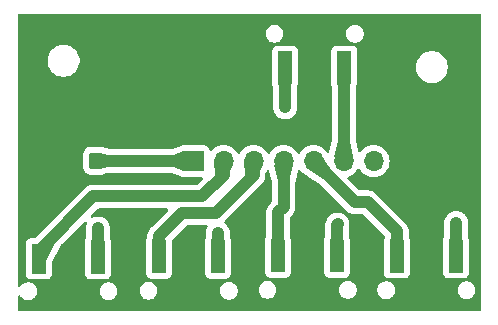
<source format=gbr>
%TF.GenerationSoftware,KiCad,Pcbnew,8.0.5*%
%TF.CreationDate,2024-11-11T00:13:19-08:00*%
%TF.ProjectId,Switch Lock,53776974-6368-4204-9c6f-636b2e6b6963,rev?*%
%TF.SameCoordinates,Original*%
%TF.FileFunction,Copper,L1,Top*%
%TF.FilePolarity,Positive*%
%FSLAX46Y46*%
G04 Gerber Fmt 4.6, Leading zero omitted, Abs format (unit mm)*
G04 Created by KiCad (PCBNEW 8.0.5) date 2024-11-11 00:13:19*
%MOMM*%
%LPD*%
G01*
G04 APERTURE LIST*
G04 Aperture macros list*
%AMRoundRect*
0 Rectangle with rounded corners*
0 $1 Rounding radius*
0 $2 $3 $4 $5 $6 $7 $8 $9 X,Y pos of 4 corners*
0 Add a 4 corners polygon primitive as box body*
4,1,4,$2,$3,$4,$5,$6,$7,$8,$9,$2,$3,0*
0 Add four circle primitives for the rounded corners*
1,1,$1+$1,$2,$3*
1,1,$1+$1,$4,$5*
1,1,$1+$1,$6,$7*
1,1,$1+$1,$8,$9*
0 Add four rect primitives between the rounded corners*
20,1,$1+$1,$2,$3,$4,$5,0*
20,1,$1+$1,$4,$5,$6,$7,0*
20,1,$1+$1,$6,$7,$8,$9,0*
20,1,$1+$1,$8,$9,$2,$3,0*%
G04 Aperture macros list end*
%TA.AperFunction,SMDPad,CuDef*%
%ADD10RoundRect,0.250000X-0.350000X-0.450000X0.350000X-0.450000X0.350000X0.450000X-0.350000X0.450000X0*%
%TD*%
%TA.AperFunction,SMDPad,CuDef*%
%ADD11R,1.200000X2.500000*%
%TD*%
%TA.AperFunction,ComponentPad*%
%ADD12R,1.700000X1.700000*%
%TD*%
%TA.AperFunction,ComponentPad*%
%ADD13O,1.700000X1.700000*%
%TD*%
%TA.AperFunction,ViaPad*%
%ADD14C,1.000000*%
%TD*%
%TA.AperFunction,Conductor*%
%ADD15C,1.000000*%
%TD*%
G04 APERTURE END LIST*
D10*
%TO.P,R1,1*%
%TO.N,/3.3v*%
X97210000Y-68690000D03*
%TO.P,R1,2*%
%TO.N,Net-(J2-Pin_1)*%
X99210000Y-68690000D03*
%TD*%
D11*
%TO.P,Status1,1*%
%TO.N,Net-(J2-Pin_6)*%
X120250000Y-60681750D03*
%TO.P,Status1,2*%
%TO.N,/3.3v*%
X117750000Y-60681750D03*
%TO.P,Status1,3*%
%TO.N,GND*%
X115250000Y-60681750D03*
%TD*%
%TO.P,S2,1*%
%TO.N,Net-(J2-Pin_3)*%
X104570000Y-76940000D03*
%TO.P,S2,2*%
%TO.N,/3.3v*%
X107070000Y-76940000D03*
%TO.P,S2,3*%
%TO.N,GND*%
X109570000Y-76940000D03*
%TD*%
%TO.P,S1,1*%
%TO.N,Net-(J2-Pin_2)*%
X94390000Y-76978250D03*
%TO.P,S1,2*%
%TO.N,/3.3v*%
X96890000Y-76978250D03*
%TO.P,S1,3*%
%TO.N,GND*%
X99390000Y-76978250D03*
%TD*%
%TO.P,S4,1*%
%TO.N,Net-(J2-Pin_5)*%
X124700000Y-76888250D03*
%TO.P,S4,2*%
%TO.N,/3.3v*%
X127200000Y-76888250D03*
%TO.P,S4,3*%
%TO.N,GND*%
X129700000Y-76888250D03*
%TD*%
D12*
%TO.P,J2,1,Pin_1*%
%TO.N,Net-(J2-Pin_1)*%
X107490000Y-68720000D03*
D13*
%TO.P,J2,2,Pin_2*%
%TO.N,Net-(J2-Pin_2)*%
X110030000Y-68720000D03*
%TO.P,J2,3,Pin_3*%
%TO.N,Net-(J2-Pin_3)*%
X112570000Y-68720000D03*
%TO.P,J2,4,Pin_4*%
%TO.N,Net-(J2-Pin_4)*%
X115110000Y-68720000D03*
%TO.P,J2,5,Pin_5*%
%TO.N,Net-(J2-Pin_5)*%
X117650000Y-68720000D03*
%TO.P,J2,6,Pin_6*%
%TO.N,Net-(J2-Pin_6)*%
X120190000Y-68720000D03*
%TO.P,J2,7,Pin_7*%
%TO.N,GND*%
X122730000Y-68720000D03*
%TD*%
D11*
%TO.P,S3,1*%
%TO.N,Net-(J2-Pin_4)*%
X114650000Y-76870000D03*
%TO.P,S3,2*%
%TO.N,/3.3v*%
X117150000Y-76870000D03*
%TO.P,S3,3*%
%TO.N,GND*%
X119650000Y-76870000D03*
%TD*%
D14*
%TO.N,GND*%
X115240000Y-64180000D03*
X129730000Y-73950000D03*
X119690000Y-74080000D03*
X109540000Y-74790000D03*
X99400000Y-74410000D03*
%TD*%
D15*
%TO.N,GND*%
X115250000Y-64170000D02*
X115240000Y-64180000D01*
X115250000Y-60681750D02*
X115250000Y-64170000D01*
X129700000Y-73980000D02*
X129730000Y-73950000D01*
X129700000Y-76888250D02*
X129700000Y-73980000D01*
X119650000Y-74120000D02*
X119690000Y-74080000D01*
X119650000Y-76870000D02*
X119650000Y-74120000D01*
X109570000Y-74820000D02*
X109540000Y-74790000D01*
X109570000Y-76940000D02*
X109570000Y-74820000D01*
X99390000Y-74420000D02*
X99400000Y-74410000D01*
X99390000Y-76978250D02*
X99390000Y-74420000D01*
%TO.N,Net-(J2-Pin_1)*%
X99210000Y-68690000D02*
X107460000Y-68690000D01*
X107460000Y-68690000D02*
X107490000Y-68720000D01*
%TO.N,Net-(J2-Pin_2)*%
X110030000Y-69922081D02*
X108242081Y-71710000D01*
X110030000Y-68720000D02*
X110030000Y-69922081D01*
X99008250Y-71710000D02*
X94390000Y-76328250D01*
X94390000Y-76328250D02*
X94390000Y-76978250D01*
X108242081Y-71710000D02*
X99008250Y-71710000D01*
%TO.N,Net-(J2-Pin_6)*%
X120250000Y-60681750D02*
X120250000Y-68660000D01*
X120250000Y-68660000D02*
X120190000Y-68720000D01*
%TO.N,Net-(J2-Pin_4)*%
X115110000Y-72590000D02*
X114650000Y-73050000D01*
X114650000Y-73050000D02*
X114650000Y-76870000D01*
X115110000Y-68720000D02*
X115110000Y-72590000D01*
%TO.N,Net-(J2-Pin_5)*%
X122250000Y-72200000D02*
X124700000Y-74650000D01*
X124700000Y-74650000D02*
X124700000Y-76888250D01*
X121130000Y-72200000D02*
X117650000Y-68720000D01*
X122250000Y-72200000D02*
X121130000Y-72200000D01*
%TO.N,Net-(J2-Pin_3)*%
X106530000Y-73110000D02*
X104570000Y-75070000D01*
X112570000Y-69922081D02*
X109382081Y-73110000D01*
X112570000Y-68720000D02*
X112570000Y-69922081D01*
X104570000Y-75070000D02*
X104570000Y-76940000D01*
X109382081Y-73110000D02*
X106530000Y-73110000D01*
%TD*%
%TA.AperFunction,Conductor*%
%TO.N,/3.3v*%
G36*
X131752539Y-56250185D02*
G01*
X131798294Y-56302989D01*
X131809500Y-56354500D01*
X131809500Y-81315500D01*
X131789815Y-81382539D01*
X131737011Y-81428294D01*
X131685500Y-81439500D01*
X92734500Y-81439500D01*
X92667461Y-81419815D01*
X92621706Y-81367011D01*
X92610500Y-81315500D01*
X92610500Y-80171622D01*
X92630185Y-80104583D01*
X92682989Y-80058828D01*
X92752147Y-80048884D01*
X92815703Y-80077909D01*
X92837602Y-80102732D01*
X92907045Y-80206661D01*
X92907051Y-80206669D01*
X93011580Y-80311198D01*
X93011584Y-80311201D01*
X93134498Y-80393330D01*
X93134511Y-80393337D01*
X93248374Y-80440500D01*
X93271087Y-80449908D01*
X93271091Y-80449908D01*
X93271092Y-80449909D01*
X93416079Y-80478750D01*
X93416082Y-80478750D01*
X93563920Y-80478750D01*
X93661462Y-80459346D01*
X93708913Y-80449908D01*
X93845495Y-80393334D01*
X93968416Y-80311201D01*
X94072951Y-80206666D01*
X94155084Y-80083745D01*
X94211658Y-79947163D01*
X94240500Y-79802170D01*
X99539499Y-79802170D01*
X99568340Y-79947157D01*
X99568343Y-79947167D01*
X99624912Y-80083738D01*
X99624919Y-80083751D01*
X99707048Y-80206665D01*
X99707051Y-80206669D01*
X99811580Y-80311198D01*
X99811584Y-80311201D01*
X99934498Y-80393330D01*
X99934511Y-80393337D01*
X100048374Y-80440500D01*
X100071087Y-80449908D01*
X100071091Y-80449908D01*
X100071092Y-80449909D01*
X100216079Y-80478750D01*
X100216082Y-80478750D01*
X100363920Y-80478750D01*
X100461462Y-80459346D01*
X100508913Y-80449908D01*
X100645495Y-80393334D01*
X100768416Y-80311201D01*
X100872951Y-80206666D01*
X100955084Y-80083745D01*
X101011658Y-79947163D01*
X101040500Y-79802168D01*
X101040500Y-79763920D01*
X102919499Y-79763920D01*
X102948340Y-79908907D01*
X102948343Y-79908917D01*
X103004912Y-80045488D01*
X103004919Y-80045501D01*
X103087048Y-80168415D01*
X103087051Y-80168419D01*
X103191580Y-80272948D01*
X103191584Y-80272951D01*
X103314498Y-80355080D01*
X103314511Y-80355087D01*
X103406856Y-80393337D01*
X103451087Y-80411658D01*
X103451091Y-80411658D01*
X103451092Y-80411659D01*
X103596079Y-80440500D01*
X103596082Y-80440500D01*
X103743920Y-80440500D01*
X103841462Y-80421096D01*
X103888913Y-80411658D01*
X103994547Y-80367902D01*
X104025488Y-80355087D01*
X104025488Y-80355086D01*
X104025495Y-80355084D01*
X104148416Y-80272951D01*
X104252951Y-80168416D01*
X104335084Y-80045495D01*
X104391658Y-79908913D01*
X104401953Y-79857157D01*
X104420500Y-79763920D01*
X109719499Y-79763920D01*
X109748340Y-79908907D01*
X109748343Y-79908917D01*
X109804912Y-80045488D01*
X109804919Y-80045501D01*
X109887048Y-80168415D01*
X109887051Y-80168419D01*
X109991580Y-80272948D01*
X109991584Y-80272951D01*
X110114498Y-80355080D01*
X110114511Y-80355087D01*
X110206856Y-80393337D01*
X110251087Y-80411658D01*
X110251091Y-80411658D01*
X110251092Y-80411659D01*
X110396079Y-80440500D01*
X110396082Y-80440500D01*
X110543920Y-80440500D01*
X110641462Y-80421096D01*
X110688913Y-80411658D01*
X110794547Y-80367902D01*
X110825488Y-80355087D01*
X110825488Y-80355086D01*
X110825495Y-80355084D01*
X110948416Y-80272951D01*
X111052951Y-80168416D01*
X111135084Y-80045495D01*
X111191658Y-79908913D01*
X111201953Y-79857157D01*
X111220500Y-79763920D01*
X111220500Y-79693920D01*
X112999499Y-79693920D01*
X113028340Y-79838907D01*
X113028343Y-79838917D01*
X113084912Y-79975488D01*
X113084919Y-79975501D01*
X113167048Y-80098415D01*
X113167051Y-80098419D01*
X113271580Y-80202948D01*
X113271584Y-80202951D01*
X113394498Y-80285080D01*
X113394511Y-80285087D01*
X113531082Y-80341656D01*
X113531087Y-80341658D01*
X113531091Y-80341658D01*
X113531092Y-80341659D01*
X113676079Y-80370500D01*
X113676082Y-80370500D01*
X113823920Y-80370500D01*
X113921462Y-80351096D01*
X113968913Y-80341658D01*
X114105495Y-80285084D01*
X114228416Y-80202951D01*
X114332951Y-80098416D01*
X114415084Y-79975495D01*
X114471658Y-79838913D01*
X114481096Y-79791462D01*
X114500500Y-79693920D01*
X119799499Y-79693920D01*
X119828340Y-79838907D01*
X119828343Y-79838917D01*
X119884912Y-79975488D01*
X119884919Y-79975501D01*
X119967048Y-80098415D01*
X119967051Y-80098419D01*
X120071580Y-80202948D01*
X120071584Y-80202951D01*
X120194498Y-80285080D01*
X120194511Y-80285087D01*
X120331082Y-80341656D01*
X120331087Y-80341658D01*
X120331091Y-80341658D01*
X120331092Y-80341659D01*
X120476079Y-80370500D01*
X120476082Y-80370500D01*
X120623920Y-80370500D01*
X120721462Y-80351096D01*
X120768913Y-80341658D01*
X120905495Y-80285084D01*
X121028416Y-80202951D01*
X121132951Y-80098416D01*
X121215084Y-79975495D01*
X121271658Y-79838913D01*
X121281096Y-79791462D01*
X121296870Y-79712170D01*
X123049499Y-79712170D01*
X123078340Y-79857157D01*
X123078343Y-79857167D01*
X123134912Y-79993738D01*
X123134919Y-79993751D01*
X123217048Y-80116665D01*
X123217051Y-80116669D01*
X123321580Y-80221198D01*
X123321584Y-80221201D01*
X123444498Y-80303330D01*
X123444511Y-80303337D01*
X123569431Y-80355080D01*
X123581087Y-80359908D01*
X123581091Y-80359908D01*
X123581092Y-80359909D01*
X123726079Y-80388750D01*
X123726082Y-80388750D01*
X123873920Y-80388750D01*
X123971462Y-80369346D01*
X124018913Y-80359908D01*
X124155495Y-80303334D01*
X124278416Y-80221201D01*
X124382951Y-80116666D01*
X124465084Y-79993745D01*
X124521658Y-79857163D01*
X124550500Y-79712170D01*
X129849499Y-79712170D01*
X129878340Y-79857157D01*
X129878343Y-79857167D01*
X129934912Y-79993738D01*
X129934919Y-79993751D01*
X130017048Y-80116665D01*
X130017051Y-80116669D01*
X130121580Y-80221198D01*
X130121584Y-80221201D01*
X130244498Y-80303330D01*
X130244511Y-80303337D01*
X130369431Y-80355080D01*
X130381087Y-80359908D01*
X130381091Y-80359908D01*
X130381092Y-80359909D01*
X130526079Y-80388750D01*
X130526082Y-80388750D01*
X130673920Y-80388750D01*
X130771462Y-80369346D01*
X130818913Y-80359908D01*
X130955495Y-80303334D01*
X131078416Y-80221201D01*
X131182951Y-80116666D01*
X131265084Y-79993745D01*
X131321658Y-79857163D01*
X131350500Y-79712168D01*
X131350500Y-79564332D01*
X131350500Y-79564329D01*
X131321659Y-79419342D01*
X131321658Y-79419341D01*
X131321658Y-79419337D01*
X131302360Y-79372748D01*
X131265087Y-79282761D01*
X131265080Y-79282748D01*
X131182951Y-79159834D01*
X131182948Y-79159830D01*
X131078419Y-79055301D01*
X131078415Y-79055298D01*
X130955501Y-78973169D01*
X130955488Y-78973162D01*
X130818917Y-78916593D01*
X130818907Y-78916590D01*
X130673920Y-78887750D01*
X130673918Y-78887750D01*
X130526082Y-78887750D01*
X130526080Y-78887750D01*
X130381092Y-78916590D01*
X130381082Y-78916593D01*
X130244511Y-78973162D01*
X130244498Y-78973169D01*
X130121584Y-79055298D01*
X130121580Y-79055301D01*
X130017051Y-79159830D01*
X130017048Y-79159834D01*
X129934919Y-79282748D01*
X129934912Y-79282761D01*
X129878343Y-79419332D01*
X129878340Y-79419342D01*
X129849500Y-79564329D01*
X129849500Y-79564332D01*
X129849500Y-79712168D01*
X129849500Y-79712170D01*
X129849499Y-79712170D01*
X124550500Y-79712170D01*
X124550500Y-79712168D01*
X124550500Y-79564332D01*
X124550500Y-79564329D01*
X124521659Y-79419342D01*
X124521658Y-79419341D01*
X124521658Y-79419337D01*
X124502360Y-79372748D01*
X124465087Y-79282761D01*
X124465080Y-79282748D01*
X124382951Y-79159834D01*
X124382948Y-79159830D01*
X124278419Y-79055301D01*
X124278415Y-79055298D01*
X124155501Y-78973169D01*
X124155488Y-78973162D01*
X124018917Y-78916593D01*
X124018907Y-78916590D01*
X123873920Y-78887750D01*
X123873918Y-78887750D01*
X123726082Y-78887750D01*
X123726080Y-78887750D01*
X123581092Y-78916590D01*
X123581082Y-78916593D01*
X123444511Y-78973162D01*
X123444498Y-78973169D01*
X123321584Y-79055298D01*
X123321580Y-79055301D01*
X123217051Y-79159830D01*
X123217048Y-79159834D01*
X123134919Y-79282748D01*
X123134912Y-79282761D01*
X123078343Y-79419332D01*
X123078340Y-79419342D01*
X123049500Y-79564329D01*
X123049500Y-79564332D01*
X123049500Y-79712168D01*
X123049500Y-79712170D01*
X123049499Y-79712170D01*
X121296870Y-79712170D01*
X121300500Y-79693920D01*
X121300500Y-79546079D01*
X121271659Y-79401092D01*
X121271658Y-79401091D01*
X121271658Y-79401087D01*
X121252058Y-79353768D01*
X121215087Y-79264511D01*
X121215080Y-79264498D01*
X121132951Y-79141584D01*
X121132948Y-79141580D01*
X121028419Y-79037051D01*
X121028415Y-79037048D01*
X120905501Y-78954919D01*
X120905488Y-78954912D01*
X120768917Y-78898343D01*
X120768907Y-78898340D01*
X120623920Y-78869500D01*
X120623918Y-78869500D01*
X120476082Y-78869500D01*
X120476080Y-78869500D01*
X120331092Y-78898340D01*
X120331082Y-78898343D01*
X120194511Y-78954912D01*
X120194498Y-78954919D01*
X120071584Y-79037048D01*
X120071580Y-79037051D01*
X119967051Y-79141580D01*
X119967048Y-79141584D01*
X119884919Y-79264498D01*
X119884912Y-79264511D01*
X119828343Y-79401082D01*
X119828340Y-79401092D01*
X119799500Y-79546079D01*
X119799500Y-79546082D01*
X119799500Y-79693918D01*
X119799500Y-79693920D01*
X119799499Y-79693920D01*
X114500500Y-79693920D01*
X114500500Y-79546079D01*
X114471659Y-79401092D01*
X114471658Y-79401091D01*
X114471658Y-79401087D01*
X114452058Y-79353768D01*
X114415087Y-79264511D01*
X114415080Y-79264498D01*
X114332951Y-79141584D01*
X114332948Y-79141580D01*
X114228419Y-79037051D01*
X114228415Y-79037048D01*
X114105501Y-78954919D01*
X114105488Y-78954912D01*
X113968917Y-78898343D01*
X113968907Y-78898340D01*
X113823920Y-78869500D01*
X113823918Y-78869500D01*
X113676082Y-78869500D01*
X113676080Y-78869500D01*
X113531092Y-78898340D01*
X113531082Y-78898343D01*
X113394511Y-78954912D01*
X113394498Y-78954919D01*
X113271584Y-79037048D01*
X113271580Y-79037051D01*
X113167051Y-79141580D01*
X113167048Y-79141584D01*
X113084919Y-79264498D01*
X113084912Y-79264511D01*
X113028343Y-79401082D01*
X113028340Y-79401092D01*
X112999500Y-79546079D01*
X112999500Y-79546082D01*
X112999500Y-79693918D01*
X112999500Y-79693920D01*
X112999499Y-79693920D01*
X111220500Y-79693920D01*
X111220500Y-79616079D01*
X111191659Y-79471092D01*
X111191658Y-79471091D01*
X111191658Y-79471087D01*
X111170225Y-79419342D01*
X111135087Y-79334511D01*
X111135080Y-79334498D01*
X111052951Y-79211584D01*
X111052948Y-79211580D01*
X110948419Y-79107051D01*
X110948415Y-79107048D01*
X110825501Y-79024919D01*
X110825488Y-79024912D01*
X110688917Y-78968343D01*
X110688907Y-78968340D01*
X110543920Y-78939500D01*
X110543918Y-78939500D01*
X110396082Y-78939500D01*
X110396080Y-78939500D01*
X110251092Y-78968340D01*
X110251082Y-78968343D01*
X110114511Y-79024912D01*
X110114498Y-79024919D01*
X109991584Y-79107048D01*
X109991580Y-79107051D01*
X109887051Y-79211580D01*
X109887048Y-79211584D01*
X109804919Y-79334498D01*
X109804912Y-79334511D01*
X109748343Y-79471082D01*
X109748340Y-79471092D01*
X109719500Y-79616079D01*
X109719500Y-79616082D01*
X109719500Y-79763918D01*
X109719500Y-79763920D01*
X109719499Y-79763920D01*
X104420500Y-79763920D01*
X104420500Y-79616079D01*
X104391659Y-79471092D01*
X104391658Y-79471091D01*
X104391658Y-79471087D01*
X104370225Y-79419342D01*
X104335087Y-79334511D01*
X104335080Y-79334498D01*
X104252951Y-79211584D01*
X104252948Y-79211580D01*
X104148419Y-79107051D01*
X104148415Y-79107048D01*
X104025501Y-79024919D01*
X104025488Y-79024912D01*
X103888917Y-78968343D01*
X103888907Y-78968340D01*
X103743920Y-78939500D01*
X103743918Y-78939500D01*
X103596082Y-78939500D01*
X103596080Y-78939500D01*
X103451092Y-78968340D01*
X103451082Y-78968343D01*
X103314511Y-79024912D01*
X103314498Y-79024919D01*
X103191584Y-79107048D01*
X103191580Y-79107051D01*
X103087051Y-79211580D01*
X103087048Y-79211584D01*
X103004919Y-79334498D01*
X103004912Y-79334511D01*
X102948343Y-79471082D01*
X102948340Y-79471092D01*
X102919500Y-79616079D01*
X102919500Y-79616082D01*
X102919500Y-79763918D01*
X102919500Y-79763920D01*
X102919499Y-79763920D01*
X101040500Y-79763920D01*
X101040500Y-79654332D01*
X101040500Y-79654329D01*
X101011659Y-79509342D01*
X101011658Y-79509341D01*
X101011658Y-79509337D01*
X101011656Y-79509332D01*
X100955087Y-79372761D01*
X100955080Y-79372748D01*
X100872951Y-79249834D01*
X100872948Y-79249830D01*
X100768419Y-79145301D01*
X100768415Y-79145298D01*
X100645501Y-79063169D01*
X100645488Y-79063162D01*
X100508917Y-79006593D01*
X100508907Y-79006590D01*
X100363920Y-78977750D01*
X100363918Y-78977750D01*
X100216082Y-78977750D01*
X100216080Y-78977750D01*
X100071092Y-79006590D01*
X100071082Y-79006593D01*
X99934511Y-79063162D01*
X99934498Y-79063169D01*
X99811584Y-79145298D01*
X99811580Y-79145301D01*
X99707051Y-79249830D01*
X99707048Y-79249834D01*
X99624919Y-79372748D01*
X99624912Y-79372761D01*
X99568343Y-79509332D01*
X99568340Y-79509342D01*
X99539500Y-79654329D01*
X99539500Y-79654332D01*
X99539500Y-79802168D01*
X99539500Y-79802170D01*
X99539499Y-79802170D01*
X94240500Y-79802170D01*
X94240500Y-79802168D01*
X94240500Y-79654332D01*
X94240500Y-79654329D01*
X94211659Y-79509342D01*
X94211658Y-79509341D01*
X94211658Y-79509337D01*
X94211656Y-79509332D01*
X94155087Y-79372761D01*
X94155080Y-79372748D01*
X94072951Y-79249834D01*
X94072948Y-79249830D01*
X93968419Y-79145301D01*
X93968415Y-79145298D01*
X93845501Y-79063169D01*
X93845488Y-79063162D01*
X93708917Y-79006593D01*
X93708907Y-79006590D01*
X93563920Y-78977750D01*
X93563918Y-78977750D01*
X93416082Y-78977750D01*
X93416080Y-78977750D01*
X93271092Y-79006590D01*
X93271082Y-79006593D01*
X93134511Y-79063162D01*
X93134498Y-79063169D01*
X93011584Y-79145298D01*
X93011580Y-79145301D01*
X92907051Y-79249830D01*
X92907048Y-79249834D01*
X92837602Y-79353768D01*
X92783990Y-79398573D01*
X92714665Y-79407280D01*
X92651637Y-79377126D01*
X92614918Y-79317682D01*
X92610500Y-79284877D01*
X92610500Y-75680385D01*
X93289500Y-75680385D01*
X93289500Y-78276120D01*
X93289501Y-78276126D01*
X93295908Y-78335733D01*
X93346202Y-78470578D01*
X93346206Y-78470585D01*
X93432452Y-78585794D01*
X93432455Y-78585797D01*
X93547664Y-78672043D01*
X93547671Y-78672047D01*
X93682517Y-78722341D01*
X93682516Y-78722341D01*
X93689444Y-78723085D01*
X93742127Y-78728750D01*
X95037872Y-78728749D01*
X95097483Y-78722341D01*
X95232331Y-78672046D01*
X95347546Y-78585796D01*
X95433796Y-78470581D01*
X95484091Y-78335733D01*
X95490500Y-78276123D01*
X95490499Y-77310870D01*
X95504587Y-77253466D01*
X96178964Y-75962247D01*
X96201190Y-75931978D01*
X98286215Y-73846954D01*
X98347535Y-73813471D01*
X98417227Y-73818455D01*
X98473160Y-73860327D01*
X98497577Y-73925791D01*
X98488455Y-73982088D01*
X98470569Y-74025271D01*
X98470568Y-74025273D01*
X98427950Y-74128161D01*
X98427947Y-74128171D01*
X98417928Y-74178541D01*
X98417928Y-74178542D01*
X98389500Y-74321456D01*
X98389500Y-75046147D01*
X98387813Y-75066532D01*
X98291984Y-75641503D01*
X98290376Y-75651801D01*
X98290352Y-75666016D01*
X98289643Y-75679043D01*
X98289500Y-75680367D01*
X98289500Y-78276120D01*
X98289501Y-78276126D01*
X98295908Y-78335733D01*
X98346202Y-78470578D01*
X98346206Y-78470585D01*
X98432452Y-78585794D01*
X98432455Y-78585797D01*
X98547664Y-78672043D01*
X98547671Y-78672047D01*
X98682517Y-78722341D01*
X98682516Y-78722341D01*
X98689444Y-78723085D01*
X98742127Y-78728750D01*
X100037872Y-78728749D01*
X100097483Y-78722341D01*
X100232331Y-78672046D01*
X100347546Y-78585796D01*
X100433796Y-78470581D01*
X100484091Y-78335733D01*
X100490500Y-78276123D01*
X100490499Y-75799009D01*
X100491083Y-75790088D01*
X100490971Y-75790082D01*
X100491226Y-75785361D01*
X100491229Y-75785343D01*
X100490530Y-75754068D01*
X100490499Y-75751298D01*
X100490499Y-75680385D01*
X100490499Y-75680378D01*
X100489018Y-75666610D01*
X100488340Y-75656148D01*
X100488014Y-75641499D01*
X100392187Y-75066532D01*
X100390500Y-75046149D01*
X100390500Y-74571024D01*
X100392883Y-74546831D01*
X100400500Y-74508541D01*
X100400500Y-74465244D01*
X100401097Y-74453090D01*
X100401726Y-74446707D01*
X100405341Y-74410000D01*
X100401171Y-74367661D01*
X100401097Y-74366907D01*
X100400500Y-74354754D01*
X100400500Y-74311459D01*
X100398117Y-74299481D01*
X100392052Y-74268991D01*
X100390268Y-74256962D01*
X100386024Y-74213868D01*
X100373451Y-74172424D01*
X100370496Y-74160625D01*
X100367750Y-74146819D01*
X100362051Y-74118164D01*
X100360050Y-74113334D01*
X100345483Y-74078166D01*
X100341387Y-74066721D01*
X100328814Y-74025273D01*
X100308402Y-73987084D01*
X100303201Y-73976087D01*
X100286631Y-73936086D01*
X100262579Y-73900090D01*
X100256322Y-73889651D01*
X100251942Y-73881456D01*
X100235910Y-73851462D01*
X100222436Y-73835044D01*
X100208442Y-73817992D01*
X100201193Y-73808219D01*
X100197721Y-73803023D01*
X100177139Y-73772219D01*
X100177136Y-73772216D01*
X100177134Y-73772213D01*
X100146525Y-73741605D01*
X100138351Y-73732587D01*
X100110884Y-73699118D01*
X100097540Y-73688167D01*
X100077410Y-73671646D01*
X100068394Y-73663474D01*
X100037784Y-73632863D01*
X100037780Y-73632860D01*
X100001781Y-73608806D01*
X99992007Y-73601557D01*
X99958541Y-73574092D01*
X99958539Y-73574091D01*
X99958538Y-73574090D01*
X99920347Y-73553676D01*
X99909913Y-73547422D01*
X99873914Y-73523369D01*
X99833915Y-73506800D01*
X99822919Y-73501599D01*
X99784730Y-73481187D01*
X99784725Y-73481185D01*
X99743288Y-73468615D01*
X99731850Y-73464523D01*
X99691836Y-73447949D01*
X99691829Y-73447947D01*
X99649378Y-73439503D01*
X99637577Y-73436547D01*
X99596137Y-73423977D01*
X99596130Y-73423975D01*
X99553034Y-73419730D01*
X99541005Y-73417945D01*
X99498543Y-73409500D01*
X99498540Y-73409500D01*
X99455244Y-73409500D01*
X99443090Y-73408903D01*
X99400000Y-73404659D01*
X99356910Y-73408903D01*
X99344756Y-73409500D01*
X99301454Y-73409500D01*
X99258992Y-73417945D01*
X99246964Y-73419730D01*
X99203869Y-73423975D01*
X99203862Y-73423977D01*
X99162423Y-73436547D01*
X99150622Y-73439503D01*
X99108165Y-73447948D01*
X99108158Y-73447950D01*
X99068158Y-73464518D01*
X99056707Y-73468616D01*
X99032084Y-73476086D01*
X99015277Y-73481185D01*
X99015270Y-73481187D01*
X99015266Y-73481188D01*
X98977076Y-73501600D01*
X98966083Y-73506800D01*
X98962095Y-73508452D01*
X98892625Y-73515922D01*
X98830145Y-73484649D01*
X98794492Y-73424561D01*
X98796984Y-73354736D01*
X98826956Y-73306213D01*
X99386351Y-72746819D01*
X99447674Y-72713334D01*
X99474032Y-72710500D01*
X105215217Y-72710500D01*
X105282256Y-72730185D01*
X105328011Y-72782989D01*
X105337955Y-72852147D01*
X105308930Y-72915703D01*
X105302898Y-72922181D01*
X103932220Y-74292859D01*
X103932218Y-74292861D01*
X103895718Y-74329361D01*
X103792859Y-74432219D01*
X103683371Y-74596079D01*
X103683364Y-74596092D01*
X103643863Y-74691459D01*
X103643863Y-74691460D01*
X103607950Y-74778161D01*
X103607948Y-74778168D01*
X103603911Y-74798463D01*
X103569500Y-74971454D01*
X103569500Y-75007897D01*
X103567813Y-75028282D01*
X103471984Y-75603253D01*
X103470376Y-75613551D01*
X103470352Y-75627766D01*
X103469643Y-75640793D01*
X103469500Y-75642117D01*
X103469500Y-78237870D01*
X103469501Y-78237876D01*
X103475908Y-78297483D01*
X103526202Y-78432328D01*
X103526206Y-78432335D01*
X103612452Y-78547544D01*
X103612455Y-78547547D01*
X103727664Y-78633793D01*
X103727671Y-78633797D01*
X103862517Y-78684091D01*
X103862516Y-78684091D01*
X103869444Y-78684835D01*
X103922127Y-78690500D01*
X105217872Y-78690499D01*
X105277483Y-78684091D01*
X105412331Y-78633796D01*
X105527546Y-78547546D01*
X105613796Y-78432331D01*
X105664091Y-78297483D01*
X105670500Y-78237873D01*
X105670499Y-75760759D01*
X105671083Y-75751838D01*
X105670971Y-75751832D01*
X105671226Y-75747111D01*
X105671229Y-75747093D01*
X105670530Y-75715818D01*
X105670499Y-75713048D01*
X105670499Y-75642130D01*
X105670432Y-75641503D01*
X105669018Y-75628360D01*
X105668340Y-75617898D01*
X105668014Y-75603249D01*
X105647598Y-75480753D01*
X105655994Y-75411392D01*
X105682227Y-75372692D01*
X106908102Y-74146819D01*
X106969425Y-74113334D01*
X106995783Y-74110500D01*
X108558749Y-74110500D01*
X108625788Y-74130185D01*
X108671543Y-74182989D01*
X108681487Y-74252147D01*
X108661853Y-74303389D01*
X108653366Y-74316090D01*
X108636799Y-74356084D01*
X108631600Y-74367076D01*
X108611188Y-74405266D01*
X108611187Y-74405270D01*
X108598616Y-74446707D01*
X108594518Y-74458158D01*
X108577950Y-74498158D01*
X108577948Y-74498165D01*
X108569503Y-74540622D01*
X108566547Y-74552423D01*
X108553977Y-74593862D01*
X108553975Y-74593869D01*
X108549730Y-74636964D01*
X108547945Y-74648992D01*
X108539500Y-74691454D01*
X108539500Y-74734754D01*
X108538903Y-74746907D01*
X108534659Y-74789999D01*
X108538903Y-74833090D01*
X108539500Y-74845244D01*
X108539500Y-74888543D01*
X108547945Y-74931005D01*
X108549730Y-74943034D01*
X108553975Y-74986130D01*
X108553977Y-74986137D01*
X108559018Y-75002756D01*
X108562670Y-75059134D01*
X108471984Y-75603253D01*
X108470376Y-75613551D01*
X108470352Y-75627766D01*
X108469643Y-75640793D01*
X108469500Y-75642117D01*
X108469500Y-78237870D01*
X108469501Y-78237876D01*
X108475908Y-78297483D01*
X108526202Y-78432328D01*
X108526206Y-78432335D01*
X108612452Y-78547544D01*
X108612455Y-78547547D01*
X108727664Y-78633793D01*
X108727671Y-78633797D01*
X108862517Y-78684091D01*
X108862516Y-78684091D01*
X108869444Y-78684835D01*
X108922127Y-78690500D01*
X110217872Y-78690499D01*
X110277483Y-78684091D01*
X110412331Y-78633796D01*
X110527546Y-78547546D01*
X110613796Y-78432331D01*
X110664091Y-78297483D01*
X110670500Y-78237873D01*
X110670499Y-75760759D01*
X110671083Y-75751838D01*
X110670971Y-75751832D01*
X110671226Y-75747111D01*
X110671229Y-75747093D01*
X110670530Y-75715818D01*
X110670499Y-75713048D01*
X110670499Y-75642130D01*
X110670432Y-75641503D01*
X110669018Y-75628360D01*
X110668340Y-75617898D01*
X110668014Y-75603249D01*
X110572187Y-75028282D01*
X110570500Y-75007899D01*
X110570500Y-74721456D01*
X110553337Y-74635176D01*
X110553337Y-74635175D01*
X110536876Y-74552423D01*
X110532051Y-74528164D01*
X110505989Y-74465244D01*
X110492309Y-74432217D01*
X110456635Y-74346092D01*
X110456628Y-74346079D01*
X110347140Y-74182219D01*
X110317140Y-74152219D01*
X110286509Y-74121588D01*
X110278346Y-74112581D01*
X110250882Y-74079115D01*
X110217419Y-74051653D01*
X110208403Y-74043481D01*
X110203470Y-74038548D01*
X110203449Y-74038529D01*
X110177781Y-74012861D01*
X110177780Y-74012860D01*
X110177779Y-74012859D01*
X110141781Y-73988806D01*
X110132013Y-73981562D01*
X110124316Y-73975246D01*
X110084978Y-73917503D01*
X110083103Y-73847658D01*
X110115293Y-73791708D01*
X110159220Y-73747782D01*
X110159220Y-73747780D01*
X110169424Y-73737577D01*
X110169427Y-73737572D01*
X113347139Y-70559863D01*
X113456632Y-70395995D01*
X113532051Y-70213916D01*
X113556663Y-70090184D01*
X113570500Y-70020624D01*
X113570500Y-69778711D01*
X113583384Y-69723672D01*
X113599112Y-69691919D01*
X113681693Y-69525199D01*
X113729089Y-69473864D01*
X113796715Y-69456301D01*
X113863101Y-69478087D01*
X113907170Y-69532306D01*
X113914221Y-69555041D01*
X113991666Y-69928211D01*
X114106913Y-70483530D01*
X114109500Y-70508727D01*
X114109500Y-72124217D01*
X114089815Y-72191256D01*
X114073181Y-72211898D01*
X114012221Y-72272858D01*
X114012218Y-72272861D01*
X113942538Y-72342540D01*
X113872859Y-72412219D01*
X113763371Y-72576079D01*
X113763364Y-72576092D01*
X113687950Y-72758160D01*
X113687947Y-72758170D01*
X113649500Y-72951456D01*
X113649500Y-74937897D01*
X113647813Y-74958282D01*
X113551984Y-75533253D01*
X113550376Y-75543551D01*
X113550352Y-75557766D01*
X113549643Y-75570793D01*
X113549500Y-75572117D01*
X113549500Y-78167870D01*
X113549501Y-78167876D01*
X113555908Y-78227483D01*
X113606202Y-78362328D01*
X113606206Y-78362335D01*
X113692452Y-78477544D01*
X113692455Y-78477547D01*
X113807664Y-78563793D01*
X113807671Y-78563797D01*
X113942517Y-78614091D01*
X113942516Y-78614091D01*
X113949444Y-78614835D01*
X114002127Y-78620500D01*
X115297872Y-78620499D01*
X115357483Y-78614091D01*
X115492331Y-78563796D01*
X115607546Y-78477546D01*
X115693796Y-78362331D01*
X115744091Y-78227483D01*
X115750500Y-78167873D01*
X115750499Y-75690759D01*
X115751083Y-75681838D01*
X115750971Y-75681832D01*
X115751226Y-75677111D01*
X115751229Y-75677093D01*
X115750530Y-75645818D01*
X115750499Y-75643048D01*
X115750499Y-75572135D01*
X115750499Y-75572128D01*
X115750498Y-75572117D01*
X118549500Y-75572117D01*
X118549500Y-78167870D01*
X118549501Y-78167876D01*
X118555908Y-78227483D01*
X118606202Y-78362328D01*
X118606206Y-78362335D01*
X118692452Y-78477544D01*
X118692455Y-78477547D01*
X118807664Y-78563793D01*
X118807671Y-78563797D01*
X118942517Y-78614091D01*
X118942516Y-78614091D01*
X118949444Y-78614835D01*
X119002127Y-78620500D01*
X120297872Y-78620499D01*
X120357483Y-78614091D01*
X120492331Y-78563796D01*
X120607546Y-78477546D01*
X120693796Y-78362331D01*
X120744091Y-78227483D01*
X120750500Y-78167873D01*
X120750499Y-75690759D01*
X120751083Y-75681838D01*
X120750971Y-75681832D01*
X120751226Y-75677111D01*
X120751229Y-75677093D01*
X120750530Y-75645818D01*
X120750499Y-75643048D01*
X120750499Y-75572135D01*
X120750499Y-75572128D01*
X120749018Y-75558360D01*
X120748340Y-75547898D01*
X120748014Y-75533249D01*
X120652187Y-74958282D01*
X120650500Y-74937899D01*
X120650500Y-74391851D01*
X120652882Y-74367661D01*
X120652999Y-74367076D01*
X120660500Y-74329357D01*
X120663458Y-74317553D01*
X120663903Y-74316086D01*
X120676024Y-74276132D01*
X120680267Y-74233047D01*
X120682051Y-74221016D01*
X120690501Y-74178540D01*
X120690501Y-74135234D01*
X120691098Y-74123080D01*
X120692337Y-74110500D01*
X120695341Y-74080000D01*
X120691683Y-74042859D01*
X120691098Y-74036917D01*
X120690501Y-74024764D01*
X120690501Y-73981458D01*
X120684243Y-73949999D01*
X120682051Y-73938980D01*
X120680267Y-73926951D01*
X120676024Y-73883868D01*
X120671745Y-73869764D01*
X120663454Y-73842434D01*
X120660499Y-73830635D01*
X120660008Y-73828165D01*
X120652052Y-73788164D01*
X120635479Y-73748155D01*
X120631381Y-73736699D01*
X120618814Y-73695274D01*
X120618813Y-73695270D01*
X120604123Y-73667789D01*
X120598402Y-73657085D01*
X120593207Y-73646103D01*
X120576632Y-73606085D01*
X120576630Y-73606082D01*
X120576629Y-73606079D01*
X120552573Y-73570078D01*
X120546315Y-73559638D01*
X120528916Y-73527087D01*
X120525910Y-73521462D01*
X120498443Y-73487994D01*
X120491199Y-73478225D01*
X120489772Y-73476090D01*
X120470970Y-73447950D01*
X120467141Y-73442219D01*
X120467137Y-73442214D01*
X120436516Y-73411594D01*
X120428342Y-73402576D01*
X120419219Y-73391460D01*
X120405063Y-73374210D01*
X120400884Y-73369118D01*
X120400875Y-73369111D01*
X120375419Y-73348219D01*
X120367421Y-73341655D01*
X120358405Y-73333483D01*
X120327788Y-73302865D01*
X120327783Y-73302861D01*
X120327777Y-73302857D01*
X120316386Y-73295245D01*
X120291765Y-73278793D01*
X120281996Y-73271548D01*
X120248537Y-73244089D01*
X120248534Y-73244088D01*
X120210362Y-73223684D01*
X120199926Y-73217429D01*
X120163919Y-73193370D01*
X120163909Y-73193365D01*
X120123900Y-73176792D01*
X120112903Y-73171591D01*
X120074726Y-73151185D01*
X120074723Y-73151184D01*
X120033299Y-73138618D01*
X120021855Y-73134524D01*
X119981836Y-73117948D01*
X119981834Y-73117947D01*
X119939368Y-73109500D01*
X119927566Y-73106544D01*
X119886134Y-73093976D01*
X119886130Y-73093975D01*
X119843045Y-73089731D01*
X119831016Y-73087946D01*
X119788544Y-73079499D01*
X119788541Y-73079499D01*
X119745234Y-73079499D01*
X119733080Y-73078902D01*
X119690000Y-73074659D01*
X119646920Y-73078902D01*
X119634766Y-73079499D01*
X119591456Y-73079499D01*
X119548984Y-73087946D01*
X119536955Y-73089731D01*
X119493870Y-73093975D01*
X119493863Y-73093977D01*
X119452437Y-73106543D01*
X119440636Y-73109499D01*
X119398171Y-73117946D01*
X119398170Y-73117946D01*
X119358152Y-73134521D01*
X119346701Y-73138618D01*
X119305272Y-73151186D01*
X119267090Y-73171594D01*
X119256097Y-73176793D01*
X119216084Y-73193368D01*
X119216083Y-73193369D01*
X119180070Y-73217430D01*
X119169640Y-73223682D01*
X119131464Y-73244088D01*
X119131463Y-73244089D01*
X119097999Y-73271552D01*
X119088228Y-73278798D01*
X119052225Y-73302855D01*
X119052222Y-73302857D01*
X119021600Y-73333478D01*
X119012589Y-73341644D01*
X118979121Y-73369111D01*
X118951655Y-73402578D01*
X118943487Y-73411589D01*
X118872862Y-73482215D01*
X118872858Y-73482221D01*
X118763371Y-73646080D01*
X118763369Y-73646084D01*
X118763368Y-73646086D01*
X118752781Y-73671646D01*
X118718724Y-73753867D01*
X118687950Y-73828161D01*
X118687949Y-73828164D01*
X118683316Y-73851460D01*
X118681382Y-73861183D01*
X118681381Y-73861186D01*
X118649500Y-74021456D01*
X118649500Y-74937897D01*
X118647813Y-74958282D01*
X118551984Y-75533253D01*
X118550376Y-75543551D01*
X118550352Y-75557766D01*
X118549643Y-75570793D01*
X118549500Y-75572117D01*
X115750498Y-75572117D01*
X115749018Y-75558360D01*
X115748340Y-75547898D01*
X115748014Y-75533249D01*
X115652187Y-74958282D01*
X115650500Y-74937899D01*
X115650500Y-73515782D01*
X115670185Y-73448743D01*
X115686818Y-73428102D01*
X115740709Y-73374210D01*
X115740714Y-73374206D01*
X115747780Y-73367140D01*
X115747782Y-73367139D01*
X115887139Y-73227782D01*
X115996632Y-73063914D01*
X116072051Y-72881835D01*
X116098908Y-72746819D01*
X116110500Y-72688543D01*
X116110500Y-70508726D01*
X116113087Y-70483529D01*
X116131253Y-70395995D01*
X116311521Y-69527362D01*
X116344416Y-69465724D01*
X116405416Y-69431654D01*
X116475152Y-69435971D01*
X116531484Y-69477305D01*
X116534508Y-69481438D01*
X116611505Y-69591401D01*
X116778599Y-69758495D01*
X116972170Y-69894035D01*
X117045476Y-69928217D01*
X117061091Y-69936923D01*
X117131585Y-69983186D01*
X118010301Y-70559862D01*
X118187715Y-70676293D01*
X118207361Y-70692281D01*
X120349735Y-72834655D01*
X120349764Y-72834686D01*
X120492214Y-72977136D01*
X120492218Y-72977139D01*
X120656079Y-73086628D01*
X120656092Y-73086635D01*
X120784833Y-73139961D01*
X120827744Y-73157735D01*
X120838164Y-73162051D01*
X120934812Y-73181275D01*
X120983135Y-73190887D01*
X121031458Y-73200500D01*
X121031459Y-73200500D01*
X121031460Y-73200500D01*
X121228540Y-73200500D01*
X121784218Y-73200500D01*
X121851257Y-73220185D01*
X121871899Y-73236819D01*
X123640375Y-75005295D01*
X123673860Y-75066618D01*
X123675007Y-75113361D01*
X123601984Y-75551503D01*
X123600376Y-75561801D01*
X123600352Y-75576016D01*
X123599643Y-75589043D01*
X123599500Y-75590367D01*
X123599500Y-78186120D01*
X123599501Y-78186126D01*
X123605908Y-78245733D01*
X123656202Y-78380578D01*
X123656206Y-78380585D01*
X123742452Y-78495794D01*
X123742455Y-78495797D01*
X123857664Y-78582043D01*
X123857671Y-78582047D01*
X123992517Y-78632341D01*
X123992516Y-78632341D01*
X123999444Y-78633085D01*
X124052127Y-78638750D01*
X125347872Y-78638749D01*
X125407483Y-78632341D01*
X125542331Y-78582046D01*
X125657546Y-78495796D01*
X125743796Y-78380581D01*
X125794091Y-78245733D01*
X125800500Y-78186123D01*
X125800499Y-75709009D01*
X125801083Y-75700088D01*
X125800971Y-75700082D01*
X125801226Y-75695361D01*
X125801229Y-75695343D01*
X125800530Y-75664068D01*
X125800499Y-75661298D01*
X125800499Y-75590385D01*
X125800499Y-75590378D01*
X125800498Y-75590367D01*
X128599500Y-75590367D01*
X128599500Y-78186120D01*
X128599501Y-78186126D01*
X128605908Y-78245733D01*
X128656202Y-78380578D01*
X128656206Y-78380585D01*
X128742452Y-78495794D01*
X128742455Y-78495797D01*
X128857664Y-78582043D01*
X128857671Y-78582047D01*
X128992517Y-78632341D01*
X128992516Y-78632341D01*
X128999444Y-78633085D01*
X129052127Y-78638750D01*
X130347872Y-78638749D01*
X130407483Y-78632341D01*
X130542331Y-78582046D01*
X130657546Y-78495796D01*
X130743796Y-78380581D01*
X130794091Y-78245733D01*
X130800500Y-78186123D01*
X130800499Y-75709009D01*
X130801083Y-75700088D01*
X130800971Y-75700082D01*
X130801226Y-75695361D01*
X130801229Y-75695343D01*
X130800530Y-75664068D01*
X130800499Y-75661298D01*
X130800499Y-75590385D01*
X130800499Y-75590378D01*
X130799018Y-75576610D01*
X130798340Y-75566148D01*
X130798014Y-75551499D01*
X130702187Y-74976532D01*
X130700500Y-74956149D01*
X130700500Y-74215699D01*
X130705839Y-74179705D01*
X130716024Y-74146132D01*
X130720268Y-74103037D01*
X130722054Y-74090999D01*
X130730500Y-74048541D01*
X130730500Y-74005244D01*
X130731097Y-73993090D01*
X130731519Y-73988806D01*
X130735341Y-73950000D01*
X130731097Y-73906907D01*
X130730500Y-73894754D01*
X130730500Y-73851458D01*
X130722054Y-73809001D01*
X130720268Y-73796961D01*
X130716024Y-73753869D01*
X130716024Y-73753868D01*
X130703450Y-73712419D01*
X130700499Y-73700640D01*
X130692051Y-73658165D01*
X130675483Y-73618168D01*
X130671385Y-73606712D01*
X130658815Y-73565276D01*
X130658814Y-73565275D01*
X130658814Y-73565273D01*
X130638393Y-73527069D01*
X130633199Y-73516084D01*
X130616633Y-73476090D01*
X130616632Y-73476088D01*
X130611639Y-73468616D01*
X130592578Y-73440089D01*
X130586322Y-73429651D01*
X130581019Y-73419730D01*
X130565910Y-73391462D01*
X130554986Y-73378151D01*
X130538442Y-73357992D01*
X130531193Y-73348219D01*
X130526800Y-73341644D01*
X130507139Y-73312219D01*
X130507136Y-73312216D01*
X130507134Y-73312213D01*
X130476525Y-73281605D01*
X130468351Y-73272587D01*
X130467498Y-73271548D01*
X130444964Y-73244090D01*
X130440884Y-73239118D01*
X130407410Y-73211646D01*
X130398394Y-73203474D01*
X130367784Y-73172863D01*
X130367780Y-73172860D01*
X130331781Y-73148806D01*
X130322007Y-73141557D01*
X130288541Y-73114092D01*
X130288539Y-73114091D01*
X130288538Y-73114090D01*
X130250340Y-73093673D01*
X130239916Y-73087425D01*
X130203914Y-73063369D01*
X130163912Y-73046799D01*
X130152920Y-73041600D01*
X130114727Y-73021186D01*
X130114726Y-73021185D01*
X130114725Y-73021185D01*
X130073293Y-73008616D01*
X130061841Y-73004519D01*
X130042827Y-72996643D01*
X130021835Y-72987949D01*
X130021831Y-72987948D01*
X130021828Y-72987947D01*
X129979377Y-72979503D01*
X129967575Y-72976547D01*
X129926132Y-72963976D01*
X129883037Y-72959731D01*
X129871004Y-72957946D01*
X129828540Y-72949500D01*
X129785244Y-72949500D01*
X129773090Y-72948903D01*
X129730000Y-72944659D01*
X129686910Y-72948903D01*
X129674756Y-72949500D01*
X129631453Y-72949500D01*
X129588991Y-72957945D01*
X129576963Y-72959730D01*
X129533867Y-72963976D01*
X129492433Y-72976544D01*
X129480634Y-72979500D01*
X129438165Y-72987948D01*
X129398162Y-73004517D01*
X129386713Y-73008613D01*
X129345278Y-73021183D01*
X129319660Y-73034875D01*
X129307086Y-73041597D01*
X129307082Y-73041599D01*
X129296086Y-73046799D01*
X129256083Y-73063369D01*
X129220080Y-73087425D01*
X129209649Y-73093677D01*
X129171461Y-73114090D01*
X129137992Y-73141557D01*
X129128221Y-73148803D01*
X129092221Y-73172857D01*
X129092217Y-73172860D01*
X129061590Y-73203487D01*
X129052579Y-73211653D01*
X129019119Y-73239114D01*
X128991655Y-73272578D01*
X128983487Y-73281589D01*
X128922862Y-73342215D01*
X128922858Y-73342221D01*
X128813371Y-73506079D01*
X128813366Y-73506089D01*
X128778892Y-73589315D01*
X128760038Y-73634834D01*
X128755377Y-73646087D01*
X128737949Y-73688161D01*
X128737947Y-73688167D01*
X128726091Y-73747779D01*
X128726090Y-73747782D01*
X128724879Y-73753869D01*
X128699500Y-73881456D01*
X128699500Y-74956147D01*
X128697813Y-74976532D01*
X128601984Y-75551503D01*
X128600376Y-75561801D01*
X128600352Y-75576016D01*
X128599643Y-75589043D01*
X128599500Y-75590367D01*
X125800498Y-75590367D01*
X125799018Y-75576610D01*
X125798340Y-75566148D01*
X125798014Y-75551499D01*
X125702187Y-74976532D01*
X125700500Y-74956149D01*
X125700500Y-74551456D01*
X125672362Y-74410001D01*
X125672362Y-74410000D01*
X125662051Y-74358164D01*
X125628072Y-74276132D01*
X125586632Y-74176086D01*
X125570685Y-74152219D01*
X125477139Y-74012217D01*
X125334686Y-73869764D01*
X125334655Y-73869735D01*
X123031479Y-71566559D01*
X123031459Y-71566537D01*
X122887785Y-71422863D01*
X122887781Y-71422860D01*
X122723920Y-71313371D01*
X122723911Y-71313366D01*
X122651315Y-71283296D01*
X122595165Y-71260038D01*
X122541836Y-71237949D01*
X122541832Y-71237948D01*
X122541828Y-71237946D01*
X122445188Y-71218724D01*
X122348544Y-71199500D01*
X122348541Y-71199500D01*
X121595782Y-71199500D01*
X121528743Y-71179815D01*
X121508101Y-71163181D01*
X120557224Y-70212304D01*
X120523739Y-70150981D01*
X120528723Y-70081289D01*
X120570595Y-70025356D01*
X120612810Y-70004849D01*
X120653663Y-69993903D01*
X120867830Y-69894035D01*
X121061401Y-69758495D01*
X121228495Y-69591401D01*
X121358425Y-69405842D01*
X121413002Y-69362217D01*
X121482500Y-69355023D01*
X121544855Y-69386546D01*
X121561575Y-69405842D01*
X121691500Y-69591395D01*
X121691505Y-69591401D01*
X121858599Y-69758495D01*
X121953308Y-69824811D01*
X122052165Y-69894032D01*
X122052167Y-69894033D01*
X122052170Y-69894035D01*
X122266337Y-69993903D01*
X122494592Y-70055063D01*
X122671034Y-70070500D01*
X122729999Y-70075659D01*
X122730000Y-70075659D01*
X122730001Y-70075659D01*
X122788966Y-70070500D01*
X122965408Y-70055063D01*
X123193663Y-69993903D01*
X123407830Y-69894035D01*
X123601401Y-69758495D01*
X123768495Y-69591401D01*
X123904035Y-69397830D01*
X124003903Y-69183663D01*
X124065063Y-68955408D01*
X124085659Y-68720000D01*
X124065063Y-68484592D01*
X124003903Y-68256337D01*
X123904035Y-68042171D01*
X123898425Y-68034158D01*
X123768494Y-67848597D01*
X123601402Y-67681506D01*
X123601395Y-67681501D01*
X123407834Y-67545967D01*
X123407830Y-67545965D01*
X123407828Y-67545964D01*
X123193663Y-67446097D01*
X123193659Y-67446096D01*
X123193655Y-67446094D01*
X122965413Y-67384938D01*
X122965403Y-67384936D01*
X122730001Y-67364341D01*
X122729999Y-67364341D01*
X122494596Y-67384936D01*
X122494586Y-67384938D01*
X122266344Y-67446094D01*
X122266335Y-67446098D01*
X122052171Y-67545964D01*
X122052169Y-67545965D01*
X121858597Y-67681505D01*
X121691504Y-67848598D01*
X121632782Y-67932462D01*
X121578205Y-67976087D01*
X121508707Y-67983279D01*
X121446352Y-67951757D01*
X121410939Y-67891526D01*
X121409002Y-67882354D01*
X121252290Y-66970140D01*
X121250500Y-66949145D01*
X121250500Y-62613849D01*
X121252187Y-62593464D01*
X121348014Y-62018500D01*
X121349625Y-62008180D01*
X121349648Y-61993985D01*
X121350361Y-61980914D01*
X121350500Y-61979623D01*
X121350499Y-60653713D01*
X126319500Y-60653713D01*
X126319500Y-60866286D01*
X126352753Y-61076239D01*
X126418444Y-61278414D01*
X126514951Y-61467820D01*
X126639890Y-61639786D01*
X126790213Y-61790109D01*
X126962179Y-61915048D01*
X126962181Y-61915049D01*
X126962184Y-61915051D01*
X127151588Y-62011557D01*
X127353757Y-62077246D01*
X127563713Y-62110500D01*
X127563714Y-62110500D01*
X127776286Y-62110500D01*
X127776287Y-62110500D01*
X127986243Y-62077246D01*
X128188412Y-62011557D01*
X128377816Y-61915051D01*
X128399789Y-61899086D01*
X128549786Y-61790109D01*
X128549788Y-61790106D01*
X128549792Y-61790104D01*
X128700104Y-61639792D01*
X128700106Y-61639788D01*
X128700109Y-61639786D01*
X128825048Y-61467820D01*
X128825047Y-61467820D01*
X128825051Y-61467816D01*
X128921557Y-61278412D01*
X128987246Y-61076243D01*
X129020500Y-60866287D01*
X129020500Y-60653713D01*
X128987246Y-60443757D01*
X128921557Y-60241588D01*
X128825051Y-60052184D01*
X128825049Y-60052181D01*
X128825048Y-60052179D01*
X128700109Y-59880213D01*
X128549786Y-59729890D01*
X128377820Y-59604951D01*
X128188414Y-59508444D01*
X128188413Y-59508443D01*
X128188412Y-59508443D01*
X127986243Y-59442754D01*
X127986241Y-59442753D01*
X127986240Y-59442753D01*
X127824957Y-59417208D01*
X127776287Y-59409500D01*
X127563713Y-59409500D01*
X127515042Y-59417208D01*
X127353760Y-59442753D01*
X127151585Y-59508444D01*
X126962179Y-59604951D01*
X126790213Y-59729890D01*
X126639890Y-59880213D01*
X126514951Y-60052179D01*
X126418444Y-60241585D01*
X126418443Y-60241587D01*
X126418443Y-60241588D01*
X126385598Y-60342672D01*
X126352753Y-60443760D01*
X126319500Y-60653713D01*
X121350499Y-60653713D01*
X121350499Y-59383878D01*
X121344091Y-59324267D01*
X121293796Y-59189419D01*
X121293795Y-59189418D01*
X121293793Y-59189414D01*
X121207547Y-59074205D01*
X121207544Y-59074202D01*
X121092335Y-58987956D01*
X121092328Y-58987952D01*
X120957482Y-58937658D01*
X120957483Y-58937658D01*
X120897883Y-58931251D01*
X120897881Y-58931250D01*
X120897873Y-58931250D01*
X120897864Y-58931250D01*
X119602129Y-58931250D01*
X119602123Y-58931251D01*
X119542516Y-58937658D01*
X119407671Y-58987952D01*
X119407664Y-58987956D01*
X119292455Y-59074202D01*
X119292452Y-59074205D01*
X119206206Y-59189414D01*
X119206202Y-59189421D01*
X119155908Y-59324267D01*
X119149501Y-59383866D01*
X119149501Y-59383873D01*
X119149500Y-59383885D01*
X119149500Y-61860987D01*
X119148916Y-61869915D01*
X119149026Y-61869921D01*
X119148769Y-61874649D01*
X119149469Y-61905969D01*
X119149500Y-61908735D01*
X119149500Y-61979618D01*
X119149501Y-61979634D01*
X119150978Y-61993370D01*
X119151657Y-62003845D01*
X119151984Y-62018493D01*
X119151985Y-62018502D01*
X119247813Y-62593466D01*
X119249500Y-62613851D01*
X119249500Y-66933691D01*
X119245702Y-66964147D01*
X118999586Y-67935486D01*
X118964038Y-67995637D01*
X118901613Y-68027021D01*
X118832131Y-68019674D01*
X118777809Y-67976153D01*
X118688494Y-67848597D01*
X118521402Y-67681506D01*
X118521395Y-67681501D01*
X118327834Y-67545967D01*
X118327830Y-67545965D01*
X118327828Y-67545964D01*
X118113663Y-67446097D01*
X118113659Y-67446096D01*
X118113655Y-67446094D01*
X117885413Y-67384938D01*
X117885403Y-67384936D01*
X117650001Y-67364341D01*
X117649999Y-67364341D01*
X117414596Y-67384936D01*
X117414586Y-67384938D01*
X117186344Y-67446094D01*
X117186335Y-67446098D01*
X116972171Y-67545964D01*
X116972169Y-67545965D01*
X116778597Y-67681505D01*
X116611505Y-67848597D01*
X116481575Y-68034158D01*
X116426998Y-68077783D01*
X116357500Y-68084977D01*
X116295145Y-68053454D01*
X116278425Y-68034158D01*
X116148494Y-67848597D01*
X115981402Y-67681506D01*
X115981395Y-67681501D01*
X115787834Y-67545967D01*
X115787830Y-67545965D01*
X115787828Y-67545964D01*
X115573663Y-67446097D01*
X115573659Y-67446096D01*
X115573655Y-67446094D01*
X115345413Y-67384938D01*
X115345403Y-67384936D01*
X115110001Y-67364341D01*
X115109999Y-67364341D01*
X114874596Y-67384936D01*
X114874586Y-67384938D01*
X114646344Y-67446094D01*
X114646335Y-67446098D01*
X114432171Y-67545964D01*
X114432169Y-67545965D01*
X114238597Y-67681505D01*
X114071505Y-67848597D01*
X113941575Y-68034158D01*
X113886998Y-68077783D01*
X113817500Y-68084977D01*
X113755145Y-68053454D01*
X113738425Y-68034158D01*
X113608494Y-67848597D01*
X113441402Y-67681506D01*
X113441395Y-67681501D01*
X113247834Y-67545967D01*
X113247830Y-67545965D01*
X113247828Y-67545964D01*
X113033663Y-67446097D01*
X113033659Y-67446096D01*
X113033655Y-67446094D01*
X112805413Y-67384938D01*
X112805403Y-67384936D01*
X112570001Y-67364341D01*
X112569999Y-67364341D01*
X112334596Y-67384936D01*
X112334586Y-67384938D01*
X112106344Y-67446094D01*
X112106335Y-67446098D01*
X111892171Y-67545964D01*
X111892169Y-67545965D01*
X111698597Y-67681505D01*
X111531505Y-67848597D01*
X111401575Y-68034158D01*
X111346998Y-68077783D01*
X111277500Y-68084977D01*
X111215145Y-68053454D01*
X111198425Y-68034158D01*
X111068494Y-67848597D01*
X110901402Y-67681506D01*
X110901395Y-67681501D01*
X110707834Y-67545967D01*
X110707830Y-67545965D01*
X110707828Y-67545964D01*
X110493663Y-67446097D01*
X110493659Y-67446096D01*
X110493655Y-67446094D01*
X110265413Y-67384938D01*
X110265403Y-67384936D01*
X110030001Y-67364341D01*
X110029999Y-67364341D01*
X109794596Y-67384936D01*
X109794586Y-67384938D01*
X109566344Y-67446094D01*
X109566335Y-67446098D01*
X109352171Y-67545964D01*
X109352169Y-67545965D01*
X109158600Y-67681503D01*
X109036673Y-67803430D01*
X108975350Y-67836914D01*
X108905658Y-67831930D01*
X108849725Y-67790058D01*
X108832810Y-67759081D01*
X108783797Y-67627671D01*
X108783793Y-67627664D01*
X108697547Y-67512455D01*
X108697544Y-67512452D01*
X108582335Y-67426206D01*
X108582328Y-67426202D01*
X108447482Y-67375908D01*
X108447483Y-67375908D01*
X108387883Y-67369501D01*
X108387881Y-67369500D01*
X108387873Y-67369500D01*
X108387865Y-67369500D01*
X106679341Y-67369500D01*
X106662788Y-67368045D01*
X106662775Y-67368176D01*
X106658373Y-67367716D01*
X106649433Y-67367425D01*
X106649414Y-67367425D01*
X106595334Y-67368557D01*
X106593533Y-67368773D01*
X106583259Y-67370454D01*
X106532516Y-67375908D01*
X106497842Y-67388840D01*
X106481250Y-67393739D01*
X106454845Y-67399569D01*
X105705838Y-67681549D01*
X105662149Y-67689500D01*
X100490520Y-67689500D01*
X100471815Y-67688081D01*
X99995785Y-67615441D01*
X99949394Y-67598399D01*
X99879334Y-67555186D01*
X99712797Y-67500001D01*
X99712795Y-67500000D01*
X99610010Y-67489500D01*
X98809998Y-67489500D01*
X98809980Y-67489501D01*
X98707203Y-67500000D01*
X98707200Y-67500001D01*
X98540668Y-67555185D01*
X98540663Y-67555187D01*
X98391342Y-67647289D01*
X98267289Y-67771342D01*
X98175187Y-67920663D01*
X98175186Y-67920666D01*
X98120001Y-68087203D01*
X98120001Y-68087204D01*
X98120000Y-68087204D01*
X98109500Y-68189983D01*
X98109500Y-69190001D01*
X98109501Y-69190019D01*
X98120000Y-69292796D01*
X98120001Y-69292799D01*
X98175185Y-69459331D01*
X98175187Y-69459336D01*
X98186753Y-69478087D01*
X98267288Y-69608656D01*
X98391344Y-69732712D01*
X98540666Y-69824814D01*
X98707203Y-69879999D01*
X98809991Y-69890500D01*
X99610008Y-69890499D01*
X99610016Y-69890498D01*
X99610019Y-69890498D01*
X99666302Y-69884748D01*
X99712797Y-69879999D01*
X99879334Y-69824814D01*
X99949396Y-69781598D01*
X99995785Y-69764557D01*
X100471817Y-69691918D01*
X100490519Y-69690500D01*
X105648878Y-69690500D01*
X105697818Y-69700566D01*
X106344609Y-69978399D01*
X106369974Y-69993063D01*
X106371099Y-69993905D01*
X106397669Y-70013796D01*
X106397670Y-70013797D01*
X106532517Y-70064091D01*
X106532516Y-70064091D01*
X106539444Y-70064835D01*
X106592127Y-70070500D01*
X108167299Y-70070499D01*
X108234338Y-70090184D01*
X108280093Y-70142987D01*
X108290037Y-70212146D01*
X108261012Y-70275702D01*
X108254980Y-70282180D01*
X107863980Y-70673181D01*
X107802657Y-70706666D01*
X107776299Y-70709500D01*
X98909705Y-70709500D01*
X98813062Y-70728724D01*
X98716420Y-70747946D01*
X98716415Y-70747948D01*
X98695360Y-70756670D01*
X98695359Y-70756670D01*
X98534342Y-70823364D01*
X98534329Y-70823371D01*
X98370469Y-70932859D01*
X98300790Y-71002538D01*
X98231111Y-71072218D01*
X98231108Y-71072221D01*
X94111897Y-75191431D01*
X94050574Y-75224916D01*
X94024216Y-75227750D01*
X93742130Y-75227750D01*
X93742123Y-75227751D01*
X93682516Y-75234158D01*
X93547671Y-75284452D01*
X93547664Y-75284456D01*
X93432455Y-75370702D01*
X93432452Y-75370705D01*
X93346206Y-75485914D01*
X93346202Y-75485921D01*
X93295908Y-75620767D01*
X93289501Y-75680366D01*
X93289500Y-75680385D01*
X92610500Y-75680385D01*
X92610500Y-61874649D01*
X114148769Y-61874649D01*
X114149469Y-61905969D01*
X114149500Y-61908735D01*
X114149500Y-61979618D01*
X114149501Y-61979634D01*
X114150978Y-61993370D01*
X114151657Y-62003845D01*
X114151984Y-62018493D01*
X114151985Y-62018502D01*
X114247813Y-62593466D01*
X114249500Y-62613851D01*
X114249500Y-64018969D01*
X114247118Y-64043157D01*
X114239500Y-64081459D01*
X114239500Y-64124754D01*
X114238903Y-64136907D01*
X114234659Y-64179999D01*
X114238903Y-64223090D01*
X114239500Y-64235244D01*
X114239500Y-64278543D01*
X114247945Y-64321005D01*
X114249730Y-64333034D01*
X114253975Y-64376130D01*
X114253977Y-64376137D01*
X114266547Y-64417577D01*
X114269503Y-64429378D01*
X114277947Y-64471829D01*
X114277948Y-64471831D01*
X114277949Y-64471836D01*
X114294523Y-64511850D01*
X114298615Y-64523288D01*
X114311185Y-64564725D01*
X114311187Y-64564730D01*
X114331599Y-64602919D01*
X114336800Y-64613915D01*
X114353369Y-64653914D01*
X114353369Y-64653915D01*
X114377422Y-64689913D01*
X114383676Y-64700347D01*
X114404089Y-64738537D01*
X114404092Y-64738541D01*
X114431557Y-64772007D01*
X114438806Y-64781781D01*
X114462860Y-64817780D01*
X114462863Y-64817784D01*
X114493474Y-64848394D01*
X114501646Y-64857410D01*
X114529117Y-64890883D01*
X114562579Y-64918345D01*
X114562587Y-64918351D01*
X114571605Y-64926525D01*
X114602213Y-64957134D01*
X114602216Y-64957136D01*
X114602219Y-64957139D01*
X114638219Y-64981193D01*
X114647992Y-64988442D01*
X114668151Y-65004986D01*
X114681462Y-65015910D01*
X114719647Y-65036320D01*
X114719651Y-65036322D01*
X114730090Y-65042579D01*
X114766086Y-65066631D01*
X114806087Y-65083201D01*
X114817082Y-65088401D01*
X114855273Y-65108814D01*
X114896721Y-65121387D01*
X114908166Y-65125483D01*
X114948156Y-65142048D01*
X114948157Y-65142048D01*
X114948164Y-65142051D01*
X114990632Y-65150497D01*
X115002424Y-65153451D01*
X115043868Y-65166024D01*
X115086965Y-65170268D01*
X115098991Y-65172052D01*
X115129481Y-65178117D01*
X115141459Y-65180500D01*
X115141460Y-65180500D01*
X115184756Y-65180500D01*
X115196909Y-65181096D01*
X115240000Y-65185341D01*
X115283090Y-65181096D01*
X115295244Y-65180500D01*
X115338541Y-65180500D01*
X115354453Y-65177334D01*
X115381004Y-65172053D01*
X115393036Y-65170268D01*
X115436132Y-65166024D01*
X115477570Y-65153452D01*
X115489370Y-65150497D01*
X115531836Y-65142051D01*
X115571855Y-65125473D01*
X115583275Y-65121387D01*
X115624727Y-65108814D01*
X115662922Y-65088397D01*
X115673901Y-65083204D01*
X115713914Y-65066631D01*
X115749908Y-65042580D01*
X115760332Y-65036330D01*
X115798538Y-65015910D01*
X115815157Y-65002269D01*
X115832012Y-64988438D01*
X115841783Y-64981190D01*
X115877781Y-64957139D01*
X115880701Y-64954218D01*
X115880711Y-64954211D01*
X115891206Y-64943714D01*
X115908407Y-64926512D01*
X115917402Y-64918359D01*
X115950883Y-64890883D01*
X115978358Y-64857403D01*
X115986511Y-64848408D01*
X116027139Y-64807782D01*
X116059054Y-64760016D01*
X116066302Y-64750244D01*
X116075910Y-64738538D01*
X116083050Y-64725177D01*
X116089302Y-64714747D01*
X116098923Y-64700348D01*
X116136632Y-64643914D01*
X116151389Y-64608288D01*
X116189961Y-64515166D01*
X116189961Y-64515165D01*
X116191341Y-64511833D01*
X116212051Y-64461836D01*
X116250500Y-64268540D01*
X116250500Y-64071460D01*
X116250500Y-62613849D01*
X116252187Y-62593464D01*
X116348014Y-62018500D01*
X116349625Y-62008180D01*
X116349648Y-61993985D01*
X116350361Y-61980914D01*
X116350500Y-61979623D01*
X116350499Y-59383878D01*
X116344091Y-59324267D01*
X116293796Y-59189419D01*
X116293795Y-59189418D01*
X116293793Y-59189414D01*
X116207547Y-59074205D01*
X116207544Y-59074202D01*
X116092335Y-58987956D01*
X116092328Y-58987952D01*
X115957482Y-58937658D01*
X115957483Y-58937658D01*
X115897883Y-58931251D01*
X115897881Y-58931250D01*
X115897873Y-58931250D01*
X115897864Y-58931250D01*
X114602129Y-58931250D01*
X114602123Y-58931251D01*
X114542516Y-58937658D01*
X114407671Y-58987952D01*
X114407664Y-58987956D01*
X114292455Y-59074202D01*
X114292452Y-59074205D01*
X114206206Y-59189414D01*
X114206202Y-59189421D01*
X114155908Y-59324267D01*
X114149501Y-59383866D01*
X114149501Y-59383873D01*
X114149500Y-59383885D01*
X114149500Y-61860987D01*
X114148916Y-61869915D01*
X114149026Y-61869921D01*
X114148769Y-61874649D01*
X92610500Y-61874649D01*
X92610500Y-60113713D01*
X95139500Y-60113713D01*
X95139500Y-60326286D01*
X95158105Y-60443757D01*
X95172754Y-60536243D01*
X95210922Y-60653713D01*
X95238444Y-60738414D01*
X95334951Y-60927820D01*
X95459890Y-61099786D01*
X95610213Y-61250109D01*
X95782179Y-61375048D01*
X95782181Y-61375049D01*
X95782184Y-61375051D01*
X95971588Y-61471557D01*
X96173757Y-61537246D01*
X96383713Y-61570500D01*
X96383714Y-61570500D01*
X96596286Y-61570500D01*
X96596287Y-61570500D01*
X96806243Y-61537246D01*
X97008412Y-61471557D01*
X97197816Y-61375051D01*
X97219789Y-61359086D01*
X97369786Y-61250109D01*
X97369788Y-61250106D01*
X97369792Y-61250104D01*
X97520104Y-61099792D01*
X97520106Y-61099788D01*
X97520109Y-61099786D01*
X97645048Y-60927820D01*
X97645047Y-60927820D01*
X97645051Y-60927816D01*
X97741557Y-60738412D01*
X97807246Y-60536243D01*
X97840500Y-60326287D01*
X97840500Y-60113713D01*
X97807246Y-59903757D01*
X97741557Y-59701588D01*
X97645051Y-59512184D01*
X97645049Y-59512181D01*
X97645048Y-59512179D01*
X97520109Y-59340213D01*
X97369786Y-59189890D01*
X97197820Y-59064951D01*
X97008414Y-58968444D01*
X97008413Y-58968443D01*
X97008412Y-58968443D01*
X96806243Y-58902754D01*
X96806241Y-58902753D01*
X96806240Y-58902753D01*
X96644957Y-58877208D01*
X96596287Y-58869500D01*
X96383713Y-58869500D01*
X96335042Y-58877208D01*
X96173760Y-58902753D01*
X95971585Y-58968444D01*
X95782179Y-59064951D01*
X95610213Y-59189890D01*
X95459890Y-59340213D01*
X95334951Y-59512179D01*
X95238444Y-59701585D01*
X95172753Y-59903760D01*
X95139500Y-60113713D01*
X92610500Y-60113713D01*
X92610500Y-58005670D01*
X113599499Y-58005670D01*
X113628340Y-58150657D01*
X113628343Y-58150667D01*
X113684912Y-58287238D01*
X113684919Y-58287251D01*
X113767048Y-58410165D01*
X113767051Y-58410169D01*
X113871580Y-58514698D01*
X113871584Y-58514701D01*
X113994498Y-58596830D01*
X113994511Y-58596837D01*
X114131082Y-58653406D01*
X114131087Y-58653408D01*
X114131091Y-58653408D01*
X114131092Y-58653409D01*
X114276079Y-58682250D01*
X114276082Y-58682250D01*
X114423920Y-58682250D01*
X114521462Y-58662846D01*
X114568913Y-58653408D01*
X114705495Y-58596834D01*
X114828416Y-58514701D01*
X114932951Y-58410166D01*
X115015084Y-58287245D01*
X115071658Y-58150663D01*
X115100500Y-58005670D01*
X120399499Y-58005670D01*
X120428340Y-58150657D01*
X120428343Y-58150667D01*
X120484912Y-58287238D01*
X120484919Y-58287251D01*
X120567048Y-58410165D01*
X120567051Y-58410169D01*
X120671580Y-58514698D01*
X120671584Y-58514701D01*
X120794498Y-58596830D01*
X120794511Y-58596837D01*
X120931082Y-58653406D01*
X120931087Y-58653408D01*
X120931091Y-58653408D01*
X120931092Y-58653409D01*
X121076079Y-58682250D01*
X121076082Y-58682250D01*
X121223920Y-58682250D01*
X121321462Y-58662846D01*
X121368913Y-58653408D01*
X121505495Y-58596834D01*
X121628416Y-58514701D01*
X121732951Y-58410166D01*
X121815084Y-58287245D01*
X121871658Y-58150663D01*
X121900500Y-58005668D01*
X121900500Y-57857832D01*
X121900500Y-57857829D01*
X121871659Y-57712842D01*
X121871658Y-57712841D01*
X121871658Y-57712837D01*
X121871656Y-57712832D01*
X121815087Y-57576261D01*
X121815080Y-57576248D01*
X121732951Y-57453334D01*
X121732948Y-57453330D01*
X121628419Y-57348801D01*
X121628415Y-57348798D01*
X121505501Y-57266669D01*
X121505488Y-57266662D01*
X121368917Y-57210093D01*
X121368907Y-57210090D01*
X121223920Y-57181250D01*
X121223918Y-57181250D01*
X121076082Y-57181250D01*
X121076080Y-57181250D01*
X120931092Y-57210090D01*
X120931082Y-57210093D01*
X120794511Y-57266662D01*
X120794498Y-57266669D01*
X120671584Y-57348798D01*
X120671580Y-57348801D01*
X120567051Y-57453330D01*
X120567048Y-57453334D01*
X120484919Y-57576248D01*
X120484912Y-57576261D01*
X120428343Y-57712832D01*
X120428340Y-57712842D01*
X120399500Y-57857829D01*
X120399500Y-57857832D01*
X120399500Y-58005668D01*
X120399500Y-58005670D01*
X120399499Y-58005670D01*
X115100500Y-58005670D01*
X115100500Y-58005668D01*
X115100500Y-57857832D01*
X115100500Y-57857829D01*
X115071659Y-57712842D01*
X115071658Y-57712841D01*
X115071658Y-57712837D01*
X115071656Y-57712832D01*
X115015087Y-57576261D01*
X115015080Y-57576248D01*
X114932951Y-57453334D01*
X114932948Y-57453330D01*
X114828419Y-57348801D01*
X114828415Y-57348798D01*
X114705501Y-57266669D01*
X114705488Y-57266662D01*
X114568917Y-57210093D01*
X114568907Y-57210090D01*
X114423920Y-57181250D01*
X114423918Y-57181250D01*
X114276082Y-57181250D01*
X114276080Y-57181250D01*
X114131092Y-57210090D01*
X114131082Y-57210093D01*
X113994511Y-57266662D01*
X113994498Y-57266669D01*
X113871584Y-57348798D01*
X113871580Y-57348801D01*
X113767051Y-57453330D01*
X113767048Y-57453334D01*
X113684919Y-57576248D01*
X113684912Y-57576261D01*
X113628343Y-57712832D01*
X113628340Y-57712842D01*
X113599500Y-57857829D01*
X113599500Y-57857832D01*
X113599500Y-58005668D01*
X113599500Y-58005670D01*
X113599499Y-58005670D01*
X92610500Y-58005670D01*
X92610500Y-56354500D01*
X92630185Y-56287461D01*
X92682989Y-56241706D01*
X92734500Y-56230500D01*
X131685500Y-56230500D01*
X131752539Y-56250185D01*
G37*
%TD.AperFunction*%
%TD*%
%TA.AperFunction,Conductor*%
%TO.N,Net-(J2-Pin_1)*%
G36*
X99760868Y-68090945D02*
G01*
X100400067Y-68188484D01*
X100407726Y-68193119D01*
X100410000Y-68200049D01*
X100410000Y-69179950D01*
X100406573Y-69188223D01*
X100400065Y-69191516D01*
X99760869Y-69289053D01*
X99752174Y-69286913D01*
X99750448Y-69285359D01*
X99216159Y-68697872D01*
X99213128Y-68689446D01*
X99216159Y-68682128D01*
X99750450Y-68094639D01*
X99758550Y-68090825D01*
X99760868Y-68090945D01*
G37*
%TD.AperFunction*%
%TD*%
%TA.AperFunction,Conductor*%
%TO.N,Net-(J2-Pin_1)*%
G36*
X106641894Y-67872948D02*
G01*
X106645334Y-67875328D01*
X107482638Y-68711648D01*
X107486070Y-68719919D01*
X107482648Y-68728194D01*
X107482565Y-68728277D01*
X106645601Y-69549626D01*
X106637296Y-69552974D01*
X106632788Y-69552025D01*
X105797082Y-69193042D01*
X105790833Y-69186628D01*
X105790000Y-69182292D01*
X105790000Y-68198097D01*
X105793427Y-68189824D01*
X105797578Y-68187147D01*
X106632944Y-67872656D01*
X106641894Y-67872948D01*
G37*
%TD.AperFunction*%
%TD*%
%TA.AperFunction,Conductor*%
%TO.N,Net-(J2-Pin_2)*%
G36*
X110032862Y-68720188D02*
G01*
X110803755Y-69040485D01*
X110810079Y-69046823D01*
X110810070Y-69055778D01*
X110809749Y-69056482D01*
X110038704Y-70613112D01*
X110031961Y-70619005D01*
X110023027Y-70618403D01*
X110019947Y-70616192D01*
X109327225Y-69923470D01*
X109323882Y-69916594D01*
X109181573Y-68733084D01*
X109183987Y-68724463D01*
X109191792Y-68720073D01*
X109193178Y-68719989D01*
X110028370Y-68719294D01*
X110032862Y-68720188D01*
G37*
%TD.AperFunction*%
%TD*%
%TA.AperFunction,Conductor*%
%TO.N,Net-(J2-Pin_6)*%
G36*
X120748412Y-67035362D02*
G01*
X120751670Y-67041654D01*
X121037652Y-68706335D01*
X121035675Y-68715069D01*
X121028102Y-68719847D01*
X121026135Y-68720016D01*
X120192342Y-68720997D01*
X120187839Y-68720102D01*
X119414038Y-68398598D01*
X119407713Y-68392259D01*
X119407185Y-68384919D01*
X119747764Y-67040761D01*
X119753118Y-67033583D01*
X119759106Y-67031935D01*
X120740139Y-67031935D01*
X120748412Y-67035362D01*
G37*
%TD.AperFunction*%
%TD*%
%TA.AperFunction,Conductor*%
%TO.N,Net-(J2-Pin_4)*%
G36*
X115114484Y-68720863D02*
G01*
X115886365Y-69041569D01*
X115892690Y-69047908D01*
X115893332Y-69054751D01*
X115611935Y-70410677D01*
X115606898Y-70418082D01*
X115600479Y-70420000D01*
X114619521Y-70420000D01*
X114611248Y-70416573D01*
X114608065Y-70410677D01*
X114326667Y-69054751D01*
X114328341Y-69045955D01*
X114333631Y-69041570D01*
X115105511Y-68720864D01*
X115114466Y-68720856D01*
X115114484Y-68720863D01*
G37*
%TD.AperFunction*%
%TD*%
%TA.AperFunction,Conductor*%
%TO.N,Net-(J2-Pin_5)*%
G36*
X118435312Y-68398419D02*
G01*
X118440604Y-68402804D01*
X118648307Y-68719293D01*
X119200411Y-69560568D01*
X119202085Y-69569364D01*
X119198902Y-69575260D01*
X118505260Y-70268902D01*
X118496987Y-70272329D01*
X118490568Y-70270411D01*
X117408937Y-69560568D01*
X117332804Y-69510604D01*
X117327768Y-69503200D01*
X117328409Y-69496360D01*
X117647438Y-68723783D01*
X117653759Y-68717448D01*
X118426359Y-68398410D01*
X118435312Y-68398419D01*
G37*
%TD.AperFunction*%
%TD*%
%TA.AperFunction,Conductor*%
%TO.N,Net-(J2-Pin_3)*%
G36*
X112572862Y-68720188D02*
G01*
X113343755Y-69040485D01*
X113350079Y-69046823D01*
X113350070Y-69055778D01*
X113349749Y-69056482D01*
X112578704Y-70613112D01*
X112571961Y-70619005D01*
X112563027Y-70618403D01*
X112559947Y-70616192D01*
X111867225Y-69923470D01*
X111863882Y-69916594D01*
X111721573Y-68733084D01*
X111723987Y-68724463D01*
X111731792Y-68720073D01*
X111733178Y-68719989D01*
X112568370Y-68719294D01*
X112572862Y-68720188D01*
G37*
%TD.AperFunction*%
%TD*%
%TA.AperFunction,Conductor*%
%TO.N,GND*%
G36*
X115255060Y-60697255D02*
G01*
X115260549Y-60702744D01*
X115848400Y-61928414D01*
X115849392Y-61935397D01*
X115751630Y-62521973D01*
X115746889Y-62529571D01*
X115740089Y-62531750D01*
X114759911Y-62531750D01*
X114751638Y-62528323D01*
X114748370Y-62521973D01*
X114650607Y-61935394D01*
X114651598Y-61928416D01*
X115239451Y-60702743D01*
X115246118Y-60696767D01*
X115255060Y-60697255D01*
G37*
%TD.AperFunction*%
%TD*%
%TA.AperFunction,Conductor*%
%TO.N,Net-(J2-Pin_6)*%
G36*
X120255060Y-60697255D02*
G01*
X120260549Y-60702744D01*
X120848400Y-61928414D01*
X120849392Y-61935397D01*
X120751630Y-62521973D01*
X120746889Y-62529571D01*
X120740089Y-62531750D01*
X119759911Y-62531750D01*
X119751638Y-62528323D01*
X119748370Y-62521973D01*
X119650607Y-61935394D01*
X119651598Y-61928416D01*
X120239451Y-60702743D01*
X120246118Y-60696767D01*
X120255060Y-60697255D01*
G37*
%TD.AperFunction*%
%TD*%
%TA.AperFunction,Conductor*%
%TO.N,GND*%
G36*
X99888362Y-75131677D02*
G01*
X99891630Y-75138027D01*
X99989392Y-75724602D01*
X99988400Y-75731585D01*
X99400549Y-76957255D01*
X99393882Y-76963232D01*
X99384940Y-76962744D01*
X99379451Y-76957255D01*
X99240767Y-76668100D01*
X98791598Y-75731583D01*
X98790607Y-75724605D01*
X98888370Y-75138025D01*
X98893111Y-75130429D01*
X98899911Y-75128250D01*
X99880089Y-75128250D01*
X99888362Y-75131677D01*
G37*
%TD.AperFunction*%
%TD*%
%TA.AperFunction,Conductor*%
%TO.N,Net-(J2-Pin_2)*%
G36*
X95068990Y-74958834D02*
G01*
X95070047Y-74959770D01*
X95761742Y-75651465D01*
X95765169Y-75659738D01*
X95763840Y-75665154D01*
X94994388Y-77138411D01*
X94987520Y-77144158D01*
X94980868Y-77144263D01*
X94398292Y-76981471D01*
X94391247Y-76975944D01*
X94389755Y-76969624D01*
X94451034Y-75731960D01*
X94453510Y-75725324D01*
X95052565Y-74960826D01*
X95060365Y-74956428D01*
X95068990Y-74958834D01*
G37*
%TD.AperFunction*%
%TD*%
%TA.AperFunction,Conductor*%
%TO.N,GND*%
G36*
X110068362Y-75093427D02*
G01*
X110071630Y-75099777D01*
X110169392Y-75686352D01*
X110168400Y-75693335D01*
X109580549Y-76919005D01*
X109573882Y-76924982D01*
X109564940Y-76924494D01*
X109559451Y-76919005D01*
X109420767Y-76629850D01*
X108971598Y-75693333D01*
X108970607Y-75686355D01*
X109068370Y-75099775D01*
X109073111Y-75092179D01*
X109079911Y-75090000D01*
X110060089Y-75090000D01*
X110068362Y-75093427D01*
G37*
%TD.AperFunction*%
%TD*%
%TA.AperFunction,Conductor*%
%TO.N,Net-(J2-Pin_3)*%
G36*
X105068362Y-75093427D02*
G01*
X105071630Y-75099777D01*
X105169392Y-75686352D01*
X105168400Y-75693335D01*
X104580549Y-76919005D01*
X104573882Y-76924982D01*
X104564940Y-76924494D01*
X104559451Y-76919005D01*
X104420767Y-76629850D01*
X103971598Y-75693333D01*
X103970607Y-75686355D01*
X104068370Y-75099775D01*
X104073111Y-75092179D01*
X104079911Y-75090000D01*
X105060089Y-75090000D01*
X105068362Y-75093427D01*
G37*
%TD.AperFunction*%
%TD*%
%TA.AperFunction,Conductor*%
%TO.N,GND*%
G36*
X120148362Y-75023427D02*
G01*
X120151630Y-75029777D01*
X120249392Y-75616352D01*
X120248400Y-75623335D01*
X119660549Y-76849005D01*
X119653882Y-76854982D01*
X119644940Y-76854494D01*
X119639451Y-76849005D01*
X119500767Y-76559850D01*
X119051598Y-75623333D01*
X119050607Y-75616355D01*
X119148370Y-75029775D01*
X119153111Y-75022179D01*
X119159911Y-75020000D01*
X120140089Y-75020000D01*
X120148362Y-75023427D01*
G37*
%TD.AperFunction*%
%TD*%
%TA.AperFunction,Conductor*%
%TO.N,Net-(J2-Pin_4)*%
G36*
X115148362Y-75023427D02*
G01*
X115151630Y-75029777D01*
X115249392Y-75616352D01*
X115248400Y-75623335D01*
X114660549Y-76849005D01*
X114653882Y-76854982D01*
X114644940Y-76854494D01*
X114639451Y-76849005D01*
X114500767Y-76559850D01*
X114051598Y-75623333D01*
X114050607Y-75616355D01*
X114148370Y-75029775D01*
X114153111Y-75022179D01*
X114159911Y-75020000D01*
X115140089Y-75020000D01*
X115148362Y-75023427D01*
G37*
%TD.AperFunction*%
%TD*%
%TA.AperFunction,Conductor*%
%TO.N,GND*%
G36*
X130198362Y-75041677D02*
G01*
X130201630Y-75048027D01*
X130299392Y-75634602D01*
X130298400Y-75641585D01*
X129710549Y-76867255D01*
X129703882Y-76873232D01*
X129694940Y-76872744D01*
X129689451Y-76867255D01*
X129550767Y-76578100D01*
X129101598Y-75641583D01*
X129100607Y-75634605D01*
X129198370Y-75048025D01*
X129203111Y-75040429D01*
X129209911Y-75038250D01*
X130190089Y-75038250D01*
X130198362Y-75041677D01*
G37*
%TD.AperFunction*%
%TD*%
%TA.AperFunction,Conductor*%
%TO.N,Net-(J2-Pin_5)*%
G36*
X125198362Y-75041677D02*
G01*
X125201630Y-75048027D01*
X125299392Y-75634602D01*
X125298400Y-75641585D01*
X124710549Y-76867255D01*
X124703882Y-76873232D01*
X124694940Y-76872744D01*
X124689451Y-76867255D01*
X124550767Y-76578100D01*
X124101598Y-75641583D01*
X124100607Y-75634605D01*
X124198370Y-75048025D01*
X124203111Y-75040429D01*
X124209911Y-75038250D01*
X125190089Y-75038250D01*
X125198362Y-75041677D01*
G37*
%TD.AperFunction*%
%TD*%
M02*

</source>
